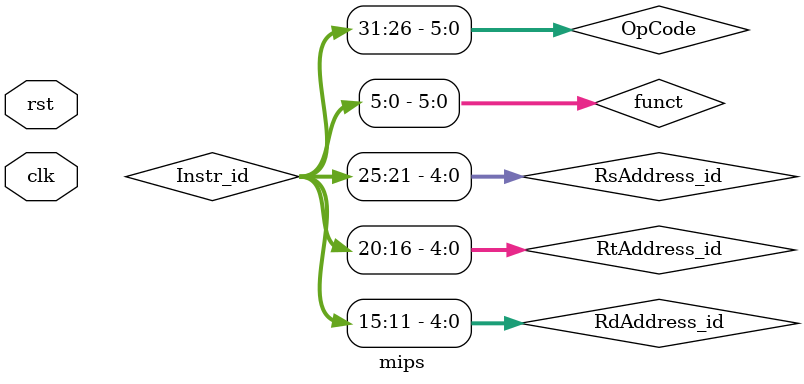
<source format=v>

module mips(clk,
            rst);

    // 输入
    input clk;
    input rst;

    // $ra == $31
    parameter RA_ADDRESS = 5'b11111;
    
    // PC
    wire [1:0]  NPCOp;
    wire [31:0] PC;
    
    // NPC
    wire [31:0] NPC;
    wire branch;
    
    // IM
    wire [31:0] Instr;
    
    // ID
    wire flush;
    wire IF_ID_stall;
    wire [31:0] ID_PC;
    wire [31:0] Instr_id;
    
    // EXT
    wire EXTOp;
    wire [31:0] EXT_Out;
    
    // RF
    wire [1:0]  MemtoReg;
    wire [31:0] RegWriteData_wb;
    wire [1:0]  RegDst;
    wire [4:0]  RegWriteAddress_ex;
    wire RegWrite;
    wire [31:0] RF_Out1;
    wire [31:0] RF_Out2;
    
    // CTRL
    wire ALUSrcA;
    wire ALUSrcB;
    wire [4:0]  ALUOp;
    wire [31:0] ALU_out;
    wire Jump;
    
    // ID_EX
    wire stall;
    wire [1:0] WB_MemtoReg_ex;
    wire WB_RegWrite_ex;
    wire MEM_MemWrite_ex;
    wire MEM_MemRead_ex;
    wire EX_ALUSrcA_ex;
    wire EX_ALUSrcB_ex;
    wire [4:0] EX_ALUCode_ex;
    wire [1:0] EX_RegDst_ex;
    wire [31:0] PC_ex;
    wire [31:0] Imm_ex;
    wire [4:0] RsAddress_ex;
    wire [4:0] RtAddress_ex;
    wire [4:0] RdAddress_ex;
    wire [31:0] RealOut1_ex;
    wire [31:0] RealOut2_ex;
    
    // ALU Input
    wire [31:0] ALU_a;
    wire [31:0] ALU_b;
    wire [31:0] ALU_IN_1;
    wire [31:0] ALU_IN_2;
    
    
    
    // Forward
    wire[1:0] ForwardA;
    wire[1:0] ForwardB;
    wire[1:0] ForwardC;
    wire[1:0] ForwardD;
    wire[31:0] ID_rs_Forwarding;
    wire[31:0] ID_rt_Forwarding;
    
    // EX_MEM
    wire [1:0] WB_MemtoReg_mem;
    wire WB_RegWrite_mem;
    wire MEM_MemWrite_mem;
    wire MEM_MemRead_mem;
    wire [4:0] RegWriteAddress_mem;
    wire [31:0] PC_mem;
    wire [31:0] ALUResult_mem;
    wire [31:0] MemWriteData_mem;
    
    // DM
    wire [31:0] DM_Data_Out;
    wire MemWrite;
    wire MemRead;
    
    //MEM_WB
    wire [1:0] WB_MemtoReg_wb;
    wire WB_RegWrite_wb;
    wire [4:0] RegWriteAddress_wb;
    wire [31:0] PC_wb;
    wire [31:0] ALUResult_wb;
    wire [31:0] MemOut_wb;
    
    // WB-ID
    wire rs_Select;
    wire rt_Select;
    wire [31:0] MUX_rf_Write_A;
    wire [31:0] MUX_rf_Write_B;
    
    //decompose Instruction
    wire[5:0] OpCode;
    wire[5:0] funct;
    wire [4:0] RsAddress_id;
    wire [4:0] RtAddress_id;
    wire [4:0] RdAddress_id;
    
    assign OpCode       = Instr_id[31:26];
    assign funct        = Instr_id[5:0];
    assign RsAddress_id = Instr_id[25:21];
    assign RtAddress_id = Instr_id[20:16];
    assign RdAddress_id = Instr_id[15:11];


    /*****************/
    /**
     * IF Stage
     */
    
    // IM
    im  IM(
        PC[11:2],
        Instr
        );

    // PC/NPC
    npc NPC_(
        ID_rs_Forwarding,
        PC,
        ID_PC,
        Instr_id,
        branch,
        NPCOp,
        NPC);
    pc  PC_(
        NPC,
        clk,
        rst,
        stall,
        PC
        );
    
    // IF-ID register
    if_id IF_ID(
        clk,
        rst,
        flush,
        stall,
        PC,
        Instr,
        ID_PC,
        Instr_id
        );
    

    /*****************/
    /**
     * ID stage
     */

    // solution for lw
    Solution_of_RAW solution_of_RAW(
        RsAddress_id,
        RtAddress_id,
        RegWriteAddress_wb,
        WB_RegWrite_wb,
        rs_Select,
        rt_Select
        );
    
    // RF
    rf RF(
        clk,
        rst,
        RsAddress_id,
        RtAddress_id,
        RegWriteAddress_wb,
        RegWriteData_wb,
        WB_RegWrite_wb,
        RF_Out1,
        RF_Out2
        );

    // Ctrl
    ctrl CTRL(
        OpCode,
        funct,
        RegDst,
        ALUSrcA,
        ALUSrcB,
        MemRead,
        RegWrite,
        MemWrite,
        MemtoReg,
        NPCOp,
        EXTOp,
        ALUOp,
        Jump
        );
    
    // Forward-ID: branch
    MuxOne_out_of_three IDRealRS(
        RF_Out1,
        ALUResult_mem,
        ALU_out,
        ForwardC,
        ID_rs_Forwarding
        );
    MuxOne_out_of_three IDRealRT(
        RF_Out2,
        ALUResult_mem,
        ALU_out,
        ForwardD,
        ID_rt_Forwarding
        );
    
    // EXT
    ext EXT(
        EXTOp,
        Instr_id[15:0],
        EXT_Out
        );
    
    // MUX-RegDst: rt/rd/$ra
    MuxOne_out_of_three MUX_RegDst(
        RtAddress_ex,
        RdAddress_ex,
        RA_ADDRESS,
        EX_RegDst_ex,
        RegWriteAddress_ex
        );
    
    // MUX-RegWrite Data
    MuxOne_out_of_two writebackRF_muxA(
        rs_Select,
        RF_Out1,
        RegWriteData_wb,
        MUX_rf_Write_A
        );
    MuxOne_out_of_two writebackRF_muxB(
        rt_Select,
        RF_Out2,
        RegWriteData_wb,
        MUX_rf_Write_B
        );
    
    // ID Branch Judge
    ID_Branch ID_Branch_Judge(
        ID_rs_Forwarding,
        ID_rt_Forwarding,
        ALUOp,
        branch
        );
    
    // ID-EX register
    id_ex ID_EX(
        clk,
        rst,
        stall,
        MemtoReg,
        RegWrite,
        MemWrite,
        MemRead,
        ALUOp,
        ALUSrcA,
        ALUSrcB,
        RegDst,
        RsAddress_id,
        RtAddress_id,
        RdAddress_id,
        ID_PC,
        EXT_Out,
        MUX_rf_Write_A,
        MUX_rf_Write_B,
        WB_MemtoReg_ex,
        WB_RegWrite_ex,
        MEM_MemWrite_ex,
        MEM_MemRead_ex,
        EX_ALUCode_ex,
        EX_ALUSrcA_ex,
        EX_ALUSrcB_ex,
        EX_RegDst_ex,
        RsAddress_ex,
        RtAddress_ex,
        RdAddress_ex,
        PC_ex,
        Imm_ex,
        RealOut1_ex,
        RealOut2_ex
        );
    

    /*****************/
    /**
     * EX stage
     */

     // Hazard
    HazardInspector hazardinspector(
        rst,
        branch,
        Jump,
        RsAddress_id,
        RtAddress_id,
        RtAddress_ex,
        MEM_MemRead_ex,
        RegWriteAddress_ex,
        stall,
        flush);
    
    // ALU Forward: Register, Memory, ALUResult
    Forwarding forwarding(
        WB_RegWrite_mem,
        WB_RegWrite_wb,
        WB_RegWrite_ex,
        RegWriteAddress_mem,
        RegWriteAddress_wb,
        RegWriteAddress_ex,
        RsAddress_ex,
        RtAddress_ex,
        RsAddress_id,
        RtAddress_id,
        ForwardA,
        ForwardB,
        ForwardC,
        ForwardD
        );
    MuxOne_out_of_three alua(
        RealOut1_ex,
        RegWriteData_wb,
        ALUResult_mem,
        ForwardA,
        ALU_a
        );
    MuxOne_out_of_three alub(
        RealOut2_ex,
        RegWriteData_wb,
        ALUResult_mem,
        ForwardB,
        ALU_b
        );

    // ALU and MUX
    MuxOne_out_of_two aluSrcA(
        EX_ALUSrcA_ex,
        ALU_a,
        {27'b0, Imm_ex[10:6]}, // shamt
        ALU_IN_1
        );
    MuxOne_out_of_two aluSrcB(
        EX_ALUSrcB_ex,
        ALU_b,
        Imm_ex,
        ALU_IN_2
        );
    alu ALU(
        ALU_IN_1, 
        ALU_IN_2, 
        EX_ALUCode_ex,
        ALU_out
        );
    
    // EX-MEM register
    ex_mem EX_MEM(
        clk,
        rst,
        WB_MemtoReg_ex,
        WB_RegWrite_ex,
        MEM_MemWrite_ex,
        RegWriteAddress_ex,
        PC_ex,
        ALU_out,
        ALU_b,
        WB_MemtoReg_mem,
        WB_RegWrite_mem,
        MEM_MemWrite_mem,
        RegWriteAddress_mem,
        PC_mem,
        ALUResult_mem,
        MemWriteData_mem
        );
    

    /*****************/
    /**
     * MEM Stage
     */

    // DM
    dm DM(
        ALUResult_mem,
        MemWriteData_mem,
        MEM_MemWrite_mem,
        clk,
        rst,
        DM_Data_Out
        );
    // MEM-WB register
    mem_wb MEM_WB(
        clk,
        rst,
        WB_MemtoReg_mem,
        WB_RegWrite_mem,
        RegWriteAddress_mem,
        PC_mem,
        ALUResult_mem,
        DM_Data_Out,
        WB_MemtoReg_wb,
        WB_RegWrite_wb,
        RegWriteAddress_wb,
        PC_wb,
        ALUResult_wb,
        MemOut_wb
        );
    

    /*****************/
    /**
     * WB Stage
     */
    // MUX-Data Write Back
    MuxOne_out_of_three datatoreg(
        ALUResult_wb,
        MemOut_wb,
        PC_wb+32'd4,
        WB_MemtoReg_wb,
        RegWriteData_wb
        );

endmodule

</source>
